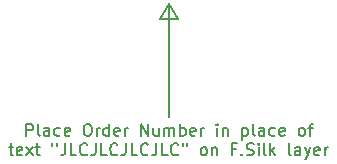
<source format=gbr>
G04 #@! TF.GenerationSoftware,KiCad,Pcbnew,(5.1.12)-1*
G04 #@! TF.CreationDate,2021-12-10T15:04:00-05:00*
G04 #@! TF.ProjectId,CANJunction,43414e4a-756e-4637-9469-6f6e2e6b6963,01*
G04 #@! TF.SameCoordinates,Original*
G04 #@! TF.FileFunction,AssemblyDrawing,Top*
%FSLAX46Y46*%
G04 Gerber Fmt 4.6, Leading zero omitted, Abs format (unit mm)*
G04 Created by KiCad (PCBNEW (5.1.12)-1) date 2021-12-10 15:04:00*
%MOMM*%
%LPD*%
G01*
G04 APERTURE LIST*
%ADD10C,0.150000*%
G04 APERTURE END LIST*
D10*
X143750000Y-65250000D02*
X143750000Y-74750000D01*
X143000000Y-66500000D02*
X144500000Y-66500000D01*
X144500000Y-66500000D02*
X143750000Y-65250000D01*
X143750000Y-65250000D02*
X143000000Y-66500000D01*
X131702380Y-76377380D02*
X131702380Y-75377380D01*
X132083333Y-75377380D01*
X132178571Y-75425000D01*
X132226190Y-75472619D01*
X132273809Y-75567857D01*
X132273809Y-75710714D01*
X132226190Y-75805952D01*
X132178571Y-75853571D01*
X132083333Y-75901190D01*
X131702380Y-75901190D01*
X132845238Y-76377380D02*
X132750000Y-76329761D01*
X132702380Y-76234523D01*
X132702380Y-75377380D01*
X133654761Y-76377380D02*
X133654761Y-75853571D01*
X133607142Y-75758333D01*
X133511904Y-75710714D01*
X133321428Y-75710714D01*
X133226190Y-75758333D01*
X133654761Y-76329761D02*
X133559523Y-76377380D01*
X133321428Y-76377380D01*
X133226190Y-76329761D01*
X133178571Y-76234523D01*
X133178571Y-76139285D01*
X133226190Y-76044047D01*
X133321428Y-75996428D01*
X133559523Y-75996428D01*
X133654761Y-75948809D01*
X134559523Y-76329761D02*
X134464285Y-76377380D01*
X134273809Y-76377380D01*
X134178571Y-76329761D01*
X134130952Y-76282142D01*
X134083333Y-76186904D01*
X134083333Y-75901190D01*
X134130952Y-75805952D01*
X134178571Y-75758333D01*
X134273809Y-75710714D01*
X134464285Y-75710714D01*
X134559523Y-75758333D01*
X135369047Y-76329761D02*
X135273809Y-76377380D01*
X135083333Y-76377380D01*
X134988095Y-76329761D01*
X134940476Y-76234523D01*
X134940476Y-75853571D01*
X134988095Y-75758333D01*
X135083333Y-75710714D01*
X135273809Y-75710714D01*
X135369047Y-75758333D01*
X135416666Y-75853571D01*
X135416666Y-75948809D01*
X134940476Y-76044047D01*
X136797619Y-75377380D02*
X136988095Y-75377380D01*
X137083333Y-75425000D01*
X137178571Y-75520238D01*
X137226190Y-75710714D01*
X137226190Y-76044047D01*
X137178571Y-76234523D01*
X137083333Y-76329761D01*
X136988095Y-76377380D01*
X136797619Y-76377380D01*
X136702380Y-76329761D01*
X136607142Y-76234523D01*
X136559523Y-76044047D01*
X136559523Y-75710714D01*
X136607142Y-75520238D01*
X136702380Y-75425000D01*
X136797619Y-75377380D01*
X137654761Y-76377380D02*
X137654761Y-75710714D01*
X137654761Y-75901190D02*
X137702380Y-75805952D01*
X137750000Y-75758333D01*
X137845238Y-75710714D01*
X137940476Y-75710714D01*
X138702380Y-76377380D02*
X138702380Y-75377380D01*
X138702380Y-76329761D02*
X138607142Y-76377380D01*
X138416666Y-76377380D01*
X138321428Y-76329761D01*
X138273809Y-76282142D01*
X138226190Y-76186904D01*
X138226190Y-75901190D01*
X138273809Y-75805952D01*
X138321428Y-75758333D01*
X138416666Y-75710714D01*
X138607142Y-75710714D01*
X138702380Y-75758333D01*
X139559523Y-76329761D02*
X139464285Y-76377380D01*
X139273809Y-76377380D01*
X139178571Y-76329761D01*
X139130952Y-76234523D01*
X139130952Y-75853571D01*
X139178571Y-75758333D01*
X139273809Y-75710714D01*
X139464285Y-75710714D01*
X139559523Y-75758333D01*
X139607142Y-75853571D01*
X139607142Y-75948809D01*
X139130952Y-76044047D01*
X140035714Y-76377380D02*
X140035714Y-75710714D01*
X140035714Y-75901190D02*
X140083333Y-75805952D01*
X140130952Y-75758333D01*
X140226190Y-75710714D01*
X140321428Y-75710714D01*
X141416666Y-76377380D02*
X141416666Y-75377380D01*
X141988095Y-76377380D01*
X141988095Y-75377380D01*
X142892857Y-75710714D02*
X142892857Y-76377380D01*
X142464285Y-75710714D02*
X142464285Y-76234523D01*
X142511904Y-76329761D01*
X142607142Y-76377380D01*
X142750000Y-76377380D01*
X142845238Y-76329761D01*
X142892857Y-76282142D01*
X143369047Y-76377380D02*
X143369047Y-75710714D01*
X143369047Y-75805952D02*
X143416666Y-75758333D01*
X143511904Y-75710714D01*
X143654761Y-75710714D01*
X143750000Y-75758333D01*
X143797619Y-75853571D01*
X143797619Y-76377380D01*
X143797619Y-75853571D02*
X143845238Y-75758333D01*
X143940476Y-75710714D01*
X144083333Y-75710714D01*
X144178571Y-75758333D01*
X144226190Y-75853571D01*
X144226190Y-76377380D01*
X144702380Y-76377380D02*
X144702380Y-75377380D01*
X144702380Y-75758333D02*
X144797619Y-75710714D01*
X144988095Y-75710714D01*
X145083333Y-75758333D01*
X145130952Y-75805952D01*
X145178571Y-75901190D01*
X145178571Y-76186904D01*
X145130952Y-76282142D01*
X145083333Y-76329761D01*
X144988095Y-76377380D01*
X144797619Y-76377380D01*
X144702380Y-76329761D01*
X145988095Y-76329761D02*
X145892857Y-76377380D01*
X145702380Y-76377380D01*
X145607142Y-76329761D01*
X145559523Y-76234523D01*
X145559523Y-75853571D01*
X145607142Y-75758333D01*
X145702380Y-75710714D01*
X145892857Y-75710714D01*
X145988095Y-75758333D01*
X146035714Y-75853571D01*
X146035714Y-75948809D01*
X145559523Y-76044047D01*
X146464285Y-76377380D02*
X146464285Y-75710714D01*
X146464285Y-75901190D02*
X146511904Y-75805952D01*
X146559523Y-75758333D01*
X146654761Y-75710714D01*
X146750000Y-75710714D01*
X147845238Y-76377380D02*
X147845238Y-75710714D01*
X147845238Y-75377380D02*
X147797619Y-75425000D01*
X147845238Y-75472619D01*
X147892857Y-75425000D01*
X147845238Y-75377380D01*
X147845238Y-75472619D01*
X148321428Y-75710714D02*
X148321428Y-76377380D01*
X148321428Y-75805952D02*
X148369047Y-75758333D01*
X148464285Y-75710714D01*
X148607142Y-75710714D01*
X148702380Y-75758333D01*
X148750000Y-75853571D01*
X148750000Y-76377380D01*
X149988095Y-75710714D02*
X149988095Y-76710714D01*
X149988095Y-75758333D02*
X150083333Y-75710714D01*
X150273809Y-75710714D01*
X150369047Y-75758333D01*
X150416666Y-75805952D01*
X150464285Y-75901190D01*
X150464285Y-76186904D01*
X150416666Y-76282142D01*
X150369047Y-76329761D01*
X150273809Y-76377380D01*
X150083333Y-76377380D01*
X149988095Y-76329761D01*
X151035714Y-76377380D02*
X150940476Y-76329761D01*
X150892857Y-76234523D01*
X150892857Y-75377380D01*
X151845238Y-76377380D02*
X151845238Y-75853571D01*
X151797619Y-75758333D01*
X151702380Y-75710714D01*
X151511904Y-75710714D01*
X151416666Y-75758333D01*
X151845238Y-76329761D02*
X151750000Y-76377380D01*
X151511904Y-76377380D01*
X151416666Y-76329761D01*
X151369047Y-76234523D01*
X151369047Y-76139285D01*
X151416666Y-76044047D01*
X151511904Y-75996428D01*
X151750000Y-75996428D01*
X151845238Y-75948809D01*
X152750000Y-76329761D02*
X152654761Y-76377380D01*
X152464285Y-76377380D01*
X152369047Y-76329761D01*
X152321428Y-76282142D01*
X152273809Y-76186904D01*
X152273809Y-75901190D01*
X152321428Y-75805952D01*
X152369047Y-75758333D01*
X152464285Y-75710714D01*
X152654761Y-75710714D01*
X152750000Y-75758333D01*
X153559523Y-76329761D02*
X153464285Y-76377380D01*
X153273809Y-76377380D01*
X153178571Y-76329761D01*
X153130952Y-76234523D01*
X153130952Y-75853571D01*
X153178571Y-75758333D01*
X153273809Y-75710714D01*
X153464285Y-75710714D01*
X153559523Y-75758333D01*
X153607142Y-75853571D01*
X153607142Y-75948809D01*
X153130952Y-76044047D01*
X154940476Y-76377380D02*
X154845238Y-76329761D01*
X154797619Y-76282142D01*
X154750000Y-76186904D01*
X154750000Y-75901190D01*
X154797619Y-75805952D01*
X154845238Y-75758333D01*
X154940476Y-75710714D01*
X155083333Y-75710714D01*
X155178571Y-75758333D01*
X155226190Y-75805952D01*
X155273809Y-75901190D01*
X155273809Y-76186904D01*
X155226190Y-76282142D01*
X155178571Y-76329761D01*
X155083333Y-76377380D01*
X154940476Y-76377380D01*
X155559523Y-75710714D02*
X155940476Y-75710714D01*
X155702380Y-76377380D02*
X155702380Y-75520238D01*
X155750000Y-75425000D01*
X155845238Y-75377380D01*
X155940476Y-75377380D01*
X130226190Y-77360714D02*
X130607142Y-77360714D01*
X130369047Y-77027380D02*
X130369047Y-77884523D01*
X130416666Y-77979761D01*
X130511904Y-78027380D01*
X130607142Y-78027380D01*
X131321428Y-77979761D02*
X131226190Y-78027380D01*
X131035714Y-78027380D01*
X130940476Y-77979761D01*
X130892857Y-77884523D01*
X130892857Y-77503571D01*
X130940476Y-77408333D01*
X131035714Y-77360714D01*
X131226190Y-77360714D01*
X131321428Y-77408333D01*
X131369047Y-77503571D01*
X131369047Y-77598809D01*
X130892857Y-77694047D01*
X131702380Y-78027380D02*
X132226190Y-77360714D01*
X131702380Y-77360714D02*
X132226190Y-78027380D01*
X132464285Y-77360714D02*
X132845238Y-77360714D01*
X132607142Y-77027380D02*
X132607142Y-77884523D01*
X132654761Y-77979761D01*
X132749999Y-78027380D01*
X132845238Y-78027380D01*
X133892857Y-77027380D02*
X133892857Y-77217857D01*
X134273809Y-77027380D02*
X134273809Y-77217857D01*
X134988095Y-77027380D02*
X134988095Y-77741666D01*
X134940476Y-77884523D01*
X134845238Y-77979761D01*
X134702380Y-78027380D01*
X134607142Y-78027380D01*
X135940476Y-78027380D02*
X135464285Y-78027380D01*
X135464285Y-77027380D01*
X136845238Y-77932142D02*
X136797619Y-77979761D01*
X136654761Y-78027380D01*
X136559523Y-78027380D01*
X136416666Y-77979761D01*
X136321428Y-77884523D01*
X136273809Y-77789285D01*
X136226190Y-77598809D01*
X136226190Y-77455952D01*
X136273809Y-77265476D01*
X136321428Y-77170238D01*
X136416666Y-77075000D01*
X136559523Y-77027380D01*
X136654761Y-77027380D01*
X136797619Y-77075000D01*
X136845238Y-77122619D01*
X137559523Y-77027380D02*
X137559523Y-77741666D01*
X137511904Y-77884523D01*
X137416666Y-77979761D01*
X137273809Y-78027380D01*
X137178571Y-78027380D01*
X138511904Y-78027380D02*
X138035714Y-78027380D01*
X138035714Y-77027380D01*
X139416666Y-77932142D02*
X139369047Y-77979761D01*
X139226190Y-78027380D01*
X139130952Y-78027380D01*
X138988095Y-77979761D01*
X138892857Y-77884523D01*
X138845238Y-77789285D01*
X138797619Y-77598809D01*
X138797619Y-77455952D01*
X138845238Y-77265476D01*
X138892857Y-77170238D01*
X138988095Y-77075000D01*
X139130952Y-77027380D01*
X139226190Y-77027380D01*
X139369047Y-77075000D01*
X139416666Y-77122619D01*
X140130952Y-77027380D02*
X140130952Y-77741666D01*
X140083333Y-77884523D01*
X139988095Y-77979761D01*
X139845238Y-78027380D01*
X139750000Y-78027380D01*
X141083333Y-78027380D02*
X140607142Y-78027380D01*
X140607142Y-77027380D01*
X141988095Y-77932142D02*
X141940476Y-77979761D01*
X141797619Y-78027380D01*
X141702380Y-78027380D01*
X141559523Y-77979761D01*
X141464285Y-77884523D01*
X141416666Y-77789285D01*
X141369047Y-77598809D01*
X141369047Y-77455952D01*
X141416666Y-77265476D01*
X141464285Y-77170238D01*
X141559523Y-77075000D01*
X141702380Y-77027380D01*
X141797619Y-77027380D01*
X141940476Y-77075000D01*
X141988095Y-77122619D01*
X142702380Y-77027380D02*
X142702380Y-77741666D01*
X142654761Y-77884523D01*
X142559523Y-77979761D01*
X142416666Y-78027380D01*
X142321428Y-78027380D01*
X143654761Y-78027380D02*
X143178571Y-78027380D01*
X143178571Y-77027380D01*
X144559523Y-77932142D02*
X144511904Y-77979761D01*
X144369047Y-78027380D01*
X144273809Y-78027380D01*
X144130952Y-77979761D01*
X144035714Y-77884523D01*
X143988095Y-77789285D01*
X143940476Y-77598809D01*
X143940476Y-77455952D01*
X143988095Y-77265476D01*
X144035714Y-77170238D01*
X144130952Y-77075000D01*
X144273809Y-77027380D01*
X144369047Y-77027380D01*
X144511904Y-77075000D01*
X144559523Y-77122619D01*
X144940476Y-77027380D02*
X144940476Y-77217857D01*
X145321428Y-77027380D02*
X145321428Y-77217857D01*
X146654761Y-78027380D02*
X146559523Y-77979761D01*
X146511904Y-77932142D01*
X146464285Y-77836904D01*
X146464285Y-77551190D01*
X146511904Y-77455952D01*
X146559523Y-77408333D01*
X146654761Y-77360714D01*
X146797619Y-77360714D01*
X146892857Y-77408333D01*
X146940476Y-77455952D01*
X146988095Y-77551190D01*
X146988095Y-77836904D01*
X146940476Y-77932142D01*
X146892857Y-77979761D01*
X146797619Y-78027380D01*
X146654761Y-78027380D01*
X147416666Y-77360714D02*
X147416666Y-78027380D01*
X147416666Y-77455952D02*
X147464285Y-77408333D01*
X147559523Y-77360714D01*
X147702380Y-77360714D01*
X147797619Y-77408333D01*
X147845238Y-77503571D01*
X147845238Y-78027380D01*
X149416666Y-77503571D02*
X149083333Y-77503571D01*
X149083333Y-78027380D02*
X149083333Y-77027380D01*
X149559523Y-77027380D01*
X149940476Y-77932142D02*
X149988095Y-77979761D01*
X149940476Y-78027380D01*
X149892857Y-77979761D01*
X149940476Y-77932142D01*
X149940476Y-78027380D01*
X150369047Y-77979761D02*
X150511904Y-78027380D01*
X150750000Y-78027380D01*
X150845238Y-77979761D01*
X150892857Y-77932142D01*
X150940476Y-77836904D01*
X150940476Y-77741666D01*
X150892857Y-77646428D01*
X150845238Y-77598809D01*
X150750000Y-77551190D01*
X150559523Y-77503571D01*
X150464285Y-77455952D01*
X150416666Y-77408333D01*
X150369047Y-77313095D01*
X150369047Y-77217857D01*
X150416666Y-77122619D01*
X150464285Y-77075000D01*
X150559523Y-77027380D01*
X150797619Y-77027380D01*
X150940476Y-77075000D01*
X151369047Y-78027380D02*
X151369047Y-77360714D01*
X151369047Y-77027380D02*
X151321428Y-77075000D01*
X151369047Y-77122619D01*
X151416666Y-77075000D01*
X151369047Y-77027380D01*
X151369047Y-77122619D01*
X151988095Y-78027380D02*
X151892857Y-77979761D01*
X151845238Y-77884523D01*
X151845238Y-77027380D01*
X152369047Y-78027380D02*
X152369047Y-77027380D01*
X152464285Y-77646428D02*
X152750000Y-78027380D01*
X152750000Y-77360714D02*
X152369047Y-77741666D01*
X154083333Y-78027380D02*
X153988095Y-77979761D01*
X153940476Y-77884523D01*
X153940476Y-77027380D01*
X154892857Y-78027380D02*
X154892857Y-77503571D01*
X154845238Y-77408333D01*
X154750000Y-77360714D01*
X154559523Y-77360714D01*
X154464285Y-77408333D01*
X154892857Y-77979761D02*
X154797619Y-78027380D01*
X154559523Y-78027380D01*
X154464285Y-77979761D01*
X154416666Y-77884523D01*
X154416666Y-77789285D01*
X154464285Y-77694047D01*
X154559523Y-77646428D01*
X154797619Y-77646428D01*
X154892857Y-77598809D01*
X155273809Y-77360714D02*
X155511904Y-78027380D01*
X155750000Y-77360714D02*
X155511904Y-78027380D01*
X155416666Y-78265476D01*
X155369047Y-78313095D01*
X155273809Y-78360714D01*
X156511904Y-77979761D02*
X156416666Y-78027380D01*
X156226190Y-78027380D01*
X156130952Y-77979761D01*
X156083333Y-77884523D01*
X156083333Y-77503571D01*
X156130952Y-77408333D01*
X156226190Y-77360714D01*
X156416666Y-77360714D01*
X156511904Y-77408333D01*
X156559523Y-77503571D01*
X156559523Y-77598809D01*
X156083333Y-77694047D01*
X156988095Y-78027380D02*
X156988095Y-77360714D01*
X156988095Y-77551190D02*
X157035714Y-77455952D01*
X157083333Y-77408333D01*
X157178571Y-77360714D01*
X157273809Y-77360714D01*
M02*

</source>
